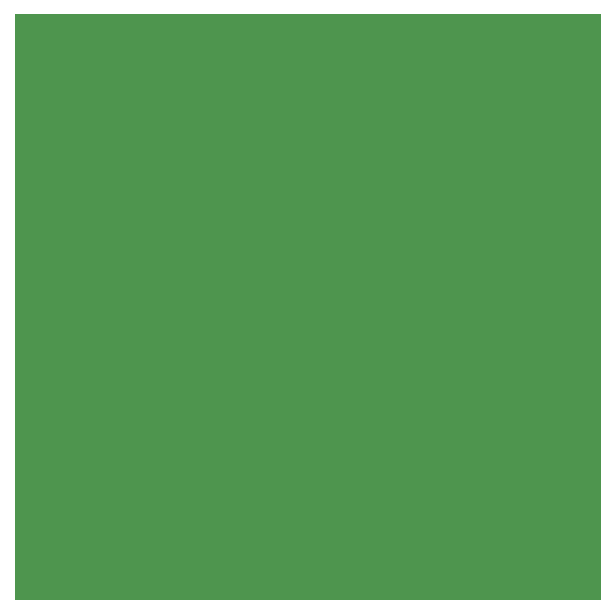
<source format=gbr>
G04 #@! TF.FileFunction,Profile,NP*
%FSLAX46Y46*%
G04 Gerber Fmt 4.6, Leading zero omitted, Abs format (unit mm)*
G04 Created by KiCad (PCBNEW 4.0.7+dfsg1-1~bpo9+1) date Mon Apr  2 19:59:58 2018*
%MOMM*%
%LPD*%
G01*
G04 APERTURE LIST*
%ADD10C,0.100000*%
%ADD11C,0.001000*%
G04 APERTURE END LIST*
D10*
D11*
G36*
X173989500Y-132079500D02*
X124460500Y-132079500D01*
X124460500Y-82550500D01*
X173989500Y-82550500D01*
X173989500Y-132079500D01*
X173989500Y-132079500D01*
G37*
X173989500Y-132079500D02*
X124460500Y-132079500D01*
X124460500Y-82550500D01*
X173989500Y-82550500D01*
X173989500Y-132079500D01*
M02*

</source>
